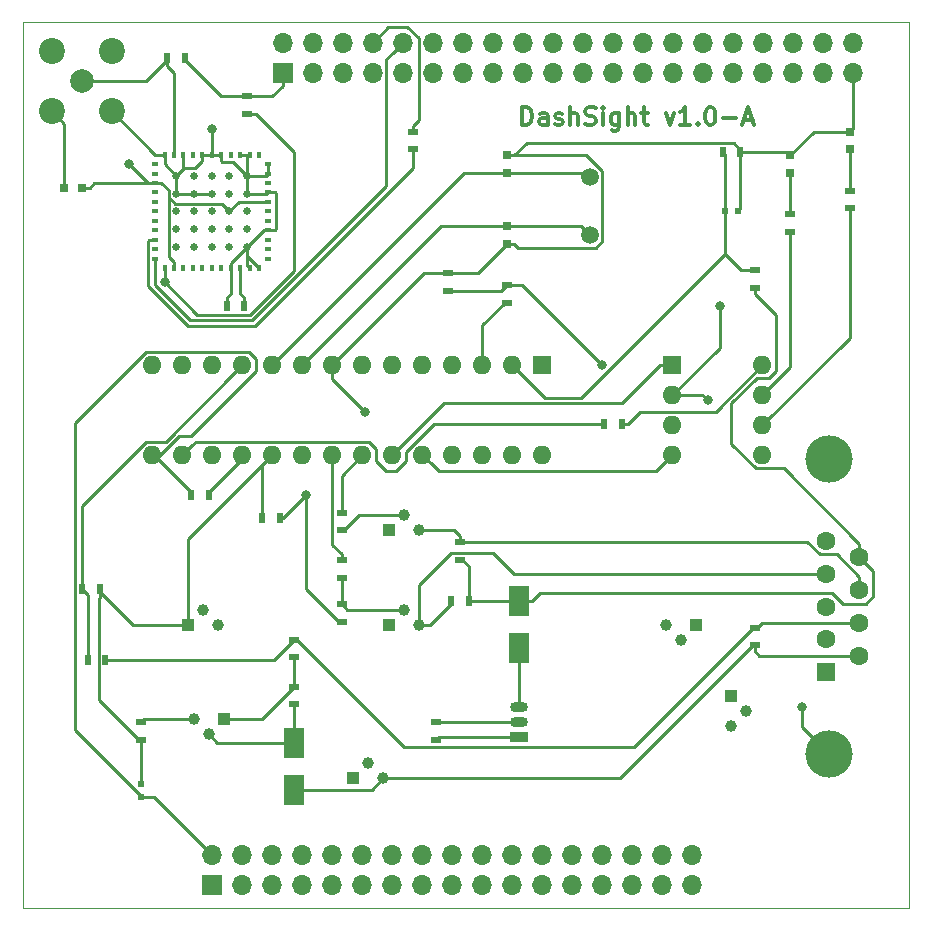
<source format=gtl>
G04 #@! TF.GenerationSoftware,KiCad,Pcbnew,(5.0.1)-3*
G04 #@! TF.CreationDate,2018-11-29T07:36:30-08:00*
G04 #@! TF.ProjectId,DashSight-Mezzanine-Card,4461736853696768742D4D657A7A616E,rev?*
G04 #@! TF.SameCoordinates,Original*
G04 #@! TF.FileFunction,Copper,L1,Top,Signal*
G04 #@! TF.FilePolarity,Positive*
%FSLAX46Y46*%
G04 Gerber Fmt 4.6, Leading zero omitted, Abs format (unit mm)*
G04 Created by KiCad (PCBNEW (5.0.1)-3) date 29/11/2018 7:36:30 AM*
%MOMM*%
%LPD*%
G01*
G04 APERTURE LIST*
G04 #@! TA.AperFunction,NonConductor*
%ADD10C,0.300000*%
G04 #@! TD*
G04 #@! TA.AperFunction,NonConductor*
%ADD11C,0.100000*%
G04 #@! TD*
G04 #@! TA.AperFunction,ComponentPad*
%ADD12C,4.000000*%
G04 #@! TD*
G04 #@! TA.AperFunction,ComponentPad*
%ADD13C,1.600000*%
G04 #@! TD*
G04 #@! TA.AperFunction,ComponentPad*
%ADD14R,1.600000X1.600000*%
G04 #@! TD*
G04 #@! TA.AperFunction,BGAPad,CuDef*
%ADD15C,0.650000*%
G04 #@! TD*
G04 #@! TA.AperFunction,SMDPad,CuDef*
%ADD16R,0.550000X0.390000*%
G04 #@! TD*
G04 #@! TA.AperFunction,SMDPad,CuDef*
%ADD17R,0.390000X0.550000*%
G04 #@! TD*
G04 #@! TA.AperFunction,ComponentPad*
%ADD18O,1.600000X1.600000*%
G04 #@! TD*
G04 #@! TA.AperFunction,SMDPad,CuDef*
%ADD19R,0.500000X0.600000*%
G04 #@! TD*
G04 #@! TA.AperFunction,SMDPad,CuDef*
%ADD20R,0.600000X0.500000*%
G04 #@! TD*
G04 #@! TA.AperFunction,SMDPad,CuDef*
%ADD21R,0.750000X0.800000*%
G04 #@! TD*
G04 #@! TA.AperFunction,SMDPad,CuDef*
%ADD22R,0.800000X0.750000*%
G04 #@! TD*
G04 #@! TA.AperFunction,ComponentPad*
%ADD23C,2.200000*%
G04 #@! TD*
G04 #@! TA.AperFunction,ComponentPad*
%ADD24C,2.000000*%
G04 #@! TD*
G04 #@! TA.AperFunction,ComponentPad*
%ADD25C,1.500000*%
G04 #@! TD*
G04 #@! TA.AperFunction,SMDPad,CuDef*
%ADD26R,1.800000X2.500000*%
G04 #@! TD*
G04 #@! TA.AperFunction,SMDPad,CuDef*
%ADD27R,0.500000X0.900000*%
G04 #@! TD*
G04 #@! TA.AperFunction,ComponentPad*
%ADD28R,1.700000X1.700000*%
G04 #@! TD*
G04 #@! TA.AperFunction,ComponentPad*
%ADD29O,1.700000X1.700000*%
G04 #@! TD*
G04 #@! TA.AperFunction,SMDPad,CuDef*
%ADD30R,0.900000X0.500000*%
G04 #@! TD*
G04 #@! TA.AperFunction,ComponentPad*
%ADD31O,1.500000X0.900000*%
G04 #@! TD*
G04 #@! TA.AperFunction,ComponentPad*
%ADD32R,1.500000X0.900000*%
G04 #@! TD*
G04 #@! TA.AperFunction,ComponentPad*
%ADD33C,1.000000*%
G04 #@! TD*
G04 #@! TA.AperFunction,ComponentPad*
%ADD34R,1.000000X1.000000*%
G04 #@! TD*
G04 #@! TA.AperFunction,ViaPad*
%ADD35C,0.800000*%
G04 #@! TD*
G04 #@! TA.AperFunction,Conductor*
%ADD36C,0.250000*%
G04 #@! TD*
G04 APERTURE END LIST*
D10*
X167285714Y-58678571D02*
X167285714Y-57178571D01*
X167642857Y-57178571D01*
X167857142Y-57250000D01*
X168000000Y-57392857D01*
X168071428Y-57535714D01*
X168142857Y-57821428D01*
X168142857Y-58035714D01*
X168071428Y-58321428D01*
X168000000Y-58464285D01*
X167857142Y-58607142D01*
X167642857Y-58678571D01*
X167285714Y-58678571D01*
X169428571Y-58678571D02*
X169428571Y-57892857D01*
X169357142Y-57750000D01*
X169214285Y-57678571D01*
X168928571Y-57678571D01*
X168785714Y-57750000D01*
X169428571Y-58607142D02*
X169285714Y-58678571D01*
X168928571Y-58678571D01*
X168785714Y-58607142D01*
X168714285Y-58464285D01*
X168714285Y-58321428D01*
X168785714Y-58178571D01*
X168928571Y-58107142D01*
X169285714Y-58107142D01*
X169428571Y-58035714D01*
X170071428Y-58607142D02*
X170214285Y-58678571D01*
X170500000Y-58678571D01*
X170642857Y-58607142D01*
X170714285Y-58464285D01*
X170714285Y-58392857D01*
X170642857Y-58250000D01*
X170500000Y-58178571D01*
X170285714Y-58178571D01*
X170142857Y-58107142D01*
X170071428Y-57964285D01*
X170071428Y-57892857D01*
X170142857Y-57750000D01*
X170285714Y-57678571D01*
X170500000Y-57678571D01*
X170642857Y-57750000D01*
X171357142Y-58678571D02*
X171357142Y-57178571D01*
X172000000Y-58678571D02*
X172000000Y-57892857D01*
X171928571Y-57750000D01*
X171785714Y-57678571D01*
X171571428Y-57678571D01*
X171428571Y-57750000D01*
X171357142Y-57821428D01*
X172642857Y-58607142D02*
X172857142Y-58678571D01*
X173214285Y-58678571D01*
X173357142Y-58607142D01*
X173428571Y-58535714D01*
X173500000Y-58392857D01*
X173500000Y-58250000D01*
X173428571Y-58107142D01*
X173357142Y-58035714D01*
X173214285Y-57964285D01*
X172928571Y-57892857D01*
X172785714Y-57821428D01*
X172714285Y-57750000D01*
X172642857Y-57607142D01*
X172642857Y-57464285D01*
X172714285Y-57321428D01*
X172785714Y-57250000D01*
X172928571Y-57178571D01*
X173285714Y-57178571D01*
X173500000Y-57250000D01*
X174142857Y-58678571D02*
X174142857Y-57678571D01*
X174142857Y-57178571D02*
X174071428Y-57250000D01*
X174142857Y-57321428D01*
X174214285Y-57250000D01*
X174142857Y-57178571D01*
X174142857Y-57321428D01*
X175500000Y-57678571D02*
X175500000Y-58892857D01*
X175428571Y-59035714D01*
X175357142Y-59107142D01*
X175214285Y-59178571D01*
X175000000Y-59178571D01*
X174857142Y-59107142D01*
X175500000Y-58607142D02*
X175357142Y-58678571D01*
X175071428Y-58678571D01*
X174928571Y-58607142D01*
X174857142Y-58535714D01*
X174785714Y-58392857D01*
X174785714Y-57964285D01*
X174857142Y-57821428D01*
X174928571Y-57750000D01*
X175071428Y-57678571D01*
X175357142Y-57678571D01*
X175500000Y-57750000D01*
X176214285Y-58678571D02*
X176214285Y-57178571D01*
X176857142Y-58678571D02*
X176857142Y-57892857D01*
X176785714Y-57750000D01*
X176642857Y-57678571D01*
X176428571Y-57678571D01*
X176285714Y-57750000D01*
X176214285Y-57821428D01*
X177357142Y-57678571D02*
X177928571Y-57678571D01*
X177571428Y-57178571D02*
X177571428Y-58464285D01*
X177642857Y-58607142D01*
X177785714Y-58678571D01*
X177928571Y-58678571D01*
X179428571Y-57678571D02*
X179785714Y-58678571D01*
X180142857Y-57678571D01*
X181500000Y-58678571D02*
X180642857Y-58678571D01*
X181071428Y-58678571D02*
X181071428Y-57178571D01*
X180928571Y-57392857D01*
X180785714Y-57535714D01*
X180642857Y-57607142D01*
X182142857Y-58535714D02*
X182214285Y-58607142D01*
X182142857Y-58678571D01*
X182071428Y-58607142D01*
X182142857Y-58535714D01*
X182142857Y-58678571D01*
X183142857Y-57178571D02*
X183285714Y-57178571D01*
X183428571Y-57250000D01*
X183500000Y-57321428D01*
X183571428Y-57464285D01*
X183642857Y-57750000D01*
X183642857Y-58107142D01*
X183571428Y-58392857D01*
X183500000Y-58535714D01*
X183428571Y-58607142D01*
X183285714Y-58678571D01*
X183142857Y-58678571D01*
X183000000Y-58607142D01*
X182928571Y-58535714D01*
X182857142Y-58392857D01*
X182785714Y-58107142D01*
X182785714Y-57750000D01*
X182857142Y-57464285D01*
X182928571Y-57321428D01*
X183000000Y-57250000D01*
X183142857Y-57178571D01*
X184285714Y-58107142D02*
X185428571Y-58107142D01*
X186071428Y-58250000D02*
X186785714Y-58250000D01*
X185928571Y-58678571D02*
X186428571Y-57178571D01*
X186928571Y-58678571D01*
D11*
X125000000Y-125000000D02*
X125000000Y-50000000D01*
X200000000Y-125000000D02*
X125000000Y-125000000D01*
X200000000Y-50000000D02*
X200000000Y-125000000D01*
X125000000Y-50000000D02*
X200000000Y-50000000D01*
D12*
G04 #@! TO.P,J4,0*
G04 #@! TO.N,GND*
X193300000Y-86960000D03*
X193300000Y-111960000D03*
D13*
G04 #@! TO.P,J4,9*
G04 #@! TO.N,Vbat*
X195840000Y-95305000D03*
G04 #@! TO.P,J4,8*
G04 #@! TO.N,ISO9141-2_L*
X195840000Y-98075000D03*
G04 #@! TO.P,J4,7*
G04 #@! TO.N,J1850_Bus+*
X195840000Y-100845000D03*
G04 #@! TO.P,J4,6*
G04 #@! TO.N,J1850_Bus-*
X195840000Y-103615000D03*
G04 #@! TO.P,J4,5*
G04 #@! TO.N,CAN_Low*
X193000000Y-93920000D03*
G04 #@! TO.P,J4,4*
G04 #@! TO.N,ISO9141-2_K*
X193000000Y-96690000D03*
G04 #@! TO.P,J4,3*
G04 #@! TO.N,CAN_High*
X193000000Y-99460000D03*
G04 #@! TO.P,J4,2*
G04 #@! TO.N,GND*
X193000000Y-102230000D03*
D14*
G04 #@! TO.P,J4,1*
X193000000Y-105000000D03*
G04 #@! TD*
D15*
G04 #@! TO.P,IC1,69*
G04 #@! TO.N,GND*
X144000000Y-63000000D03*
G04 #@! TO.P,IC1,68*
G04 #@! TO.N,Net-(IC1-Pad68)*
X142500000Y-63000000D03*
G04 #@! TO.P,IC1,67*
G04 #@! TO.N,Net-(IC1-Pad67)*
X141000000Y-63000000D03*
G04 #@! TO.P,IC1,66*
G04 #@! TO.N,Net-(IC1-Pad66)*
X139500000Y-63000000D03*
G04 #@! TO.P,IC1,65*
G04 #@! TO.N,GND*
X138000000Y-63000000D03*
G04 #@! TO.P,IC1,64*
X144000000Y-64500000D03*
G04 #@! TO.P,IC1,63*
G04 #@! TO.N,Net-(IC1-Pad63)*
X142500000Y-64500000D03*
G04 #@! TO.P,IC1,62*
G04 #@! TO.N,GND*
X141000000Y-64500000D03*
G04 #@! TO.P,IC1,61*
X139500000Y-64500000D03*
G04 #@! TO.P,IC1,60*
X138000000Y-64500000D03*
G04 #@! TO.P,IC1,59*
G04 #@! TO.N,Net-(IC1-Pad59)*
X144000000Y-66000000D03*
G04 #@! TO.P,IC1,58*
G04 #@! TO.N,+3V3*
X142500000Y-66000000D03*
G04 #@! TO.P,IC1,57*
G04 #@! TO.N,Net-(IC1-Pad57)*
X141000000Y-66000000D03*
G04 #@! TO.P,IC1,56*
G04 #@! TO.N,Net-(IC1-Pad56)*
X139500000Y-66000000D03*
G04 #@! TO.P,IC1,55*
G04 #@! TO.N,Net-(IC1-Pad55)*
X138000000Y-66000000D03*
G04 #@! TO.P,IC1,54*
G04 #@! TO.N,Net-(IC1-Pad54)*
X144000000Y-67500000D03*
G04 #@! TO.P,IC1,53*
G04 #@! TO.N,Net-(IC1-Pad53)*
X142500000Y-67500000D03*
G04 #@! TO.P,IC1,52*
G04 #@! TO.N,Net-(IC1-Pad52)*
X141000000Y-67500000D03*
G04 #@! TO.P,IC1,51*
G04 #@! TO.N,Net-(IC1-Pad51)*
X139500000Y-67500000D03*
G04 #@! TO.P,IC1,50*
G04 #@! TO.N,Net-(IC1-Pad50)*
X138000000Y-67500000D03*
G04 #@! TO.P,IC1,49*
G04 #@! TO.N,GND*
X144000000Y-69000000D03*
G04 #@! TO.P,IC1,48*
G04 #@! TO.N,Net-(IC1-Pad48)*
X142500000Y-69000000D03*
G04 #@! TO.P,IC1,47*
G04 #@! TO.N,Net-(IC1-Pad47)*
X141000000Y-69000000D03*
G04 #@! TO.P,IC1,46*
G04 #@! TO.N,Net-(IC1-Pad46)*
X139500000Y-69000000D03*
G04 #@! TO.P,IC1,45*
G04 #@! TO.N,Net-(IC1-Pad45)*
X138000000Y-69000000D03*
D16*
G04 #@! TO.P,IC1,44*
G04 #@! TO.N,UART2_TX*
X136200000Y-70000000D03*
G04 #@! TO.P,IC1,43*
G04 #@! TO.N,Net-(IC1-Pad43)*
X136200000Y-69200000D03*
G04 #@! TO.P,IC1,42*
G04 #@! TO.N,Net-(IC1-Pad42)*
X136200000Y-68400000D03*
G04 #@! TO.P,IC1,41*
G04 #@! TO.N,Net-(IC1-Pad41)*
X136200000Y-67600000D03*
G04 #@! TO.P,IC1,40*
G04 #@! TO.N,Net-(IC1-Pad40)*
X136200000Y-66800000D03*
G04 #@! TO.P,IC1,39*
G04 #@! TO.N,Net-(IC1-Pad39)*
X136200000Y-66000000D03*
G04 #@! TO.P,IC1,38*
G04 #@! TO.N,Net-(IC1-Pad38)*
X136200000Y-65200000D03*
G04 #@! TO.P,IC1,37*
G04 #@! TO.N,Net-(IC1-Pad37)*
X136200000Y-64400000D03*
G04 #@! TO.P,IC1,36*
G04 #@! TO.N,+3V3*
X136200000Y-63600000D03*
G04 #@! TO.P,IC1,35*
G04 #@! TO.N,Net-(IC1-Pad35)*
X136200000Y-62800000D03*
G04 #@! TO.P,IC1,34*
G04 #@! TO.N,Net-(IC1-Pad34)*
X136200000Y-62000000D03*
D17*
G04 #@! TO.P,IC1,33*
G04 #@! TO.N,GND*
X137000000Y-61200000D03*
G04 #@! TO.P,IC1,32*
G04 #@! TO.N,Net-(IC1-Pad32)*
X137800000Y-61200000D03*
G04 #@! TO.P,IC1,31*
G04 #@! TO.N,GND*
X138600000Y-61200000D03*
G04 #@! TO.P,IC1,30*
G04 #@! TO.N,Net-(IC1-Pad30)*
X139400000Y-61200000D03*
G04 #@! TO.P,IC1,29*
G04 #@! TO.N,GND*
X140200000Y-61200000D03*
G04 #@! TO.P,IC1,28*
X141000000Y-61200000D03*
G04 #@! TO.P,IC1,27*
X141800000Y-61200000D03*
G04 #@! TO.P,IC1,26*
G04 #@! TO.N,Net-(IC1-Pad26)*
X142600000Y-61200000D03*
G04 #@! TO.P,IC1,25*
G04 #@! TO.N,GND*
X143400000Y-61200000D03*
G04 #@! TO.P,IC1,24*
X144200000Y-61200000D03*
G04 #@! TO.P,IC1,23*
G04 #@! TO.N,Net-(IC1-Pad23)*
X145000000Y-61200000D03*
D16*
G04 #@! TO.P,IC1,22*
G04 #@! TO.N,GND*
X145800000Y-62000000D03*
G04 #@! TO.P,IC1,21*
X145800000Y-62800000D03*
G04 #@! TO.P,IC1,20*
G04 #@! TO.N,Net-(IC1-Pad20)*
X145800000Y-63600000D03*
G04 #@! TO.P,IC1,19*
G04 #@! TO.N,GND*
X145800000Y-64400000D03*
G04 #@! TO.P,IC1,18*
G04 #@! TO.N,+3V3*
X145800000Y-65200000D03*
G04 #@! TO.P,IC1,17*
G04 #@! TO.N,Net-(IC1-Pad17)*
X145800000Y-66000000D03*
G04 #@! TO.P,IC1,16*
G04 #@! TO.N,Net-(IC1-Pad16)*
X145800000Y-66800000D03*
G04 #@! TO.P,IC1,15*
G04 #@! TO.N,GND*
X145800000Y-67600000D03*
G04 #@! TO.P,IC1,14*
G04 #@! TO.N,Net-(IC1-Pad14)*
X145800000Y-68400000D03*
G04 #@! TO.P,IC1,13*
G04 #@! TO.N,Net-(IC1-Pad13)*
X145800000Y-69200000D03*
G04 #@! TO.P,IC1,12*
G04 #@! TO.N,Net-(IC1-Pad12)*
X145800000Y-70000000D03*
D17*
G04 #@! TO.P,IC1,11*
G04 #@! TO.N,GND*
X145000000Y-70800000D03*
G04 #@! TO.P,IC1,10*
X144200000Y-70800000D03*
G04 #@! TO.P,IC1,9*
G04 #@! TO.N,Net-(IC1-Pad9)*
X143400000Y-70800000D03*
G04 #@! TO.P,IC1,8*
G04 #@! TO.N,GND*
X142600000Y-70800000D03*
G04 #@! TO.P,IC1,7*
G04 #@! TO.N,Net-(IC1-Pad7)*
X141800000Y-70800000D03*
G04 #@! TO.P,IC1,6*
G04 #@! TO.N,Net-(IC1-Pad6)*
X141000000Y-70800000D03*
G04 #@! TO.P,IC1,5*
G04 #@! TO.N,Net-(IC1-Pad5)*
X140200000Y-70800000D03*
G04 #@! TO.P,IC1,4*
G04 #@! TO.N,Net-(IC1-Pad4)*
X139400000Y-70800000D03*
G04 #@! TO.P,IC1,3*
G04 #@! TO.N,Net-(IC1-Pad3)*
X138600000Y-70800000D03*
G04 #@! TO.P,IC1,2*
G04 #@! TO.N,+3V3*
X137800000Y-70800000D03*
G04 #@! TO.P,IC1,1*
G04 #@! TO.N,Net-(C1-Pad1)*
X137000000Y-70800000D03*
G04 #@! TD*
D14*
G04 #@! TO.P,IC2,1*
G04 #@! TO.N,+5V*
X169000000Y-79000000D03*
D18*
G04 #@! TO.P,IC2,15*
X135980000Y-86620000D03*
G04 #@! TO.P,IC2,2*
G04 #@! TO.N,Net-(C8-Pad1)*
X166460000Y-79000000D03*
G04 #@! TO.P,IC2,16*
G04 #@! TO.N,PwrCntrl*
X138520000Y-86620000D03*
G04 #@! TO.P,IC2,3*
G04 #@! TO.N,Net-(IC2-Pad3)*
X163920000Y-79000000D03*
G04 #@! TO.P,IC2,17*
G04 #@! TO.N,UART3_RX*
X141060000Y-86620000D03*
G04 #@! TO.P,IC2,4*
G04 #@! TO.N,Net-(IC2-Pad4)*
X161380000Y-79000000D03*
G04 #@! TO.P,IC2,18*
G04 #@! TO.N,Net-(D4-Pad2)*
X143600000Y-86620000D03*
G04 #@! TO.P,IC2,5*
G04 #@! TO.N,+5V*
X158840000Y-79000000D03*
G04 #@! TO.P,IC2,19*
G04 #@! TO.N,GND*
X146140000Y-86620000D03*
G04 #@! TO.P,IC2,6*
G04 #@! TO.N,+5V*
X156300000Y-79000000D03*
G04 #@! TO.P,IC2,20*
X148680000Y-86620000D03*
G04 #@! TO.P,IC2,7*
X153760000Y-79000000D03*
G04 #@! TO.P,IC2,21*
G04 #@! TO.N,Net-(IC2-Pad21)*
X151220000Y-86620000D03*
G04 #@! TO.P,IC2,8*
G04 #@! TO.N,GND*
X151220000Y-79000000D03*
G04 #@! TO.P,IC2,22*
G04 #@! TO.N,Net-(IC2-Pad22)*
X153760000Y-86620000D03*
G04 #@! TO.P,IC2,9*
G04 #@! TO.N,Net-(C6-Pad1)*
X148680000Y-79000000D03*
G04 #@! TO.P,IC2,23*
G04 #@! TO.N,CAN_TX*
X156300000Y-86620000D03*
G04 #@! TO.P,IC2,10*
G04 #@! TO.N,Net-(C7-Pad1)*
X146140000Y-79000000D03*
G04 #@! TO.P,IC2,24*
G04 #@! TO.N,CAN_RX*
X158840000Y-86620000D03*
G04 #@! TO.P,IC2,11*
G04 #@! TO.N,Net-(IC2-Pad11)*
X143600000Y-79000000D03*
G04 #@! TO.P,IC2,25*
G04 #@! TO.N,Net-(IC2-Pad25)*
X161380000Y-86620000D03*
G04 #@! TO.P,IC2,12*
G04 #@! TO.N,ELM_Pin12*
X141060000Y-79000000D03*
G04 #@! TO.P,IC2,26*
G04 #@! TO.N,Net-(IC2-Pad26)*
X163920000Y-86620000D03*
G04 #@! TO.P,IC2,13*
G04 #@! TO.N,Net-(IC2-Pad13)*
X138520000Y-79000000D03*
G04 #@! TO.P,IC2,27*
G04 #@! TO.N,Net-(IC2-Pad27)*
X166460000Y-86620000D03*
G04 #@! TO.P,IC2,14*
G04 #@! TO.N,ELM_Pin14*
X135980000Y-79000000D03*
G04 #@! TO.P,IC2,28*
G04 #@! TO.N,Net-(IC2-Pad28)*
X169000000Y-86620000D03*
G04 #@! TD*
D19*
G04 #@! TO.P,C2,1*
G04 #@! TO.N,+5V*
X135000000Y-115550000D03*
G04 #@! TO.P,C2,2*
G04 #@! TO.N,GND*
X135000000Y-114450000D03*
G04 #@! TD*
D20*
G04 #@! TO.P,C8,1*
G04 #@! TO.N,Net-(C8-Pad1)*
X184450000Y-66000000D03*
G04 #@! TO.P,C8,2*
G04 #@! TO.N,GND*
X185550000Y-66000000D03*
G04 #@! TD*
D21*
G04 #@! TO.P,C3,2*
G04 #@! TO.N,GND*
X195000000Y-59250000D03*
G04 #@! TO.P,C3,1*
G04 #@! TO.N,Net-(C3-Pad1)*
X195000000Y-60750000D03*
G04 #@! TD*
G04 #@! TO.P,C4,2*
G04 #@! TO.N,GND*
X190000000Y-61250000D03*
G04 #@! TO.P,C4,1*
G04 #@! TO.N,Net-(C4-Pad1)*
X190000000Y-62750000D03*
G04 #@! TD*
D22*
G04 #@! TO.P,C5,2*
G04 #@! TO.N,GND*
X128500000Y-64000000D03*
G04 #@! TO.P,C5,1*
G04 #@! TO.N,+3V3*
X130000000Y-64000000D03*
G04 #@! TD*
D21*
G04 #@! TO.P,C6,2*
G04 #@! TO.N,GND*
X166000000Y-68750000D03*
G04 #@! TO.P,C6,1*
G04 #@! TO.N,Net-(C6-Pad1)*
X166000000Y-67250000D03*
G04 #@! TD*
G04 #@! TO.P,C7,2*
G04 #@! TO.N,GND*
X166000000Y-61250000D03*
G04 #@! TO.P,C7,1*
G04 #@! TO.N,Net-(C7-Pad1)*
X166000000Y-62750000D03*
G04 #@! TD*
D23*
G04 #@! TO.P,J3,2*
G04 #@! TO.N,GND*
X127460000Y-57540000D03*
X127460000Y-52460000D03*
X132540000Y-52460000D03*
X132540000Y-57540000D03*
D24*
G04 #@! TO.P,J3,1*
G04 #@! TO.N,Net-(IC1-Pad32)*
X130000000Y-55000000D03*
G04 #@! TD*
D25*
G04 #@! TO.P,Y1,1*
G04 #@! TO.N,Net-(C6-Pad1)*
X173000000Y-68000000D03*
G04 #@! TO.P,Y1,2*
G04 #@! TO.N,Net-(C7-Pad1)*
X173000000Y-63120000D03*
G04 #@! TD*
D26*
G04 #@! TO.P,D2,1*
G04 #@! TO.N,J1850_Bus-*
X148000000Y-115000000D03*
G04 #@! TO.P,D2,2*
G04 #@! TO.N,Net-(D2-Pad2)*
X148000000Y-111000000D03*
G04 #@! TD*
G04 #@! TO.P,D3,1*
G04 #@! TO.N,V12*
X167000000Y-103000000D03*
G04 #@! TO.P,D3,2*
G04 #@! TO.N,Vbat*
X167000000Y-99000000D03*
G04 #@! TD*
D14*
G04 #@! TO.P,U1,1*
G04 #@! TO.N,CAN_TX*
X180000000Y-79000000D03*
D18*
G04 #@! TO.P,U1,5*
G04 #@! TO.N,Net-(U1-Pad5)*
X187620000Y-86620000D03*
G04 #@! TO.P,U1,2*
G04 #@! TO.N,GND*
X180000000Y-81540000D03*
G04 #@! TO.P,U1,6*
G04 #@! TO.N,CAN_Low*
X187620000Y-84080000D03*
G04 #@! TO.P,U1,3*
G04 #@! TO.N,+5V*
X180000000Y-84080000D03*
G04 #@! TO.P,U1,7*
G04 #@! TO.N,CAN_High*
X187620000Y-81540000D03*
G04 #@! TO.P,U1,4*
G04 #@! TO.N,CAN_RX*
X180000000Y-86620000D03*
G04 #@! TO.P,U1,8*
G04 #@! TO.N,Net-(R3-Pad1)*
X187620000Y-79000000D03*
G04 #@! TD*
D27*
G04 #@! TO.P,L1,1*
G04 #@! TO.N,Net-(IC1-Pad32)*
X137250000Y-53000000D03*
G04 #@! TO.P,L1,2*
G04 #@! TO.N,+3V3*
X138750000Y-53000000D03*
G04 #@! TD*
D28*
G04 #@! TO.P,J2,1*
G04 #@! TO.N,Net-(J2-Pad1)*
X141000000Y-123000000D03*
D29*
G04 #@! TO.P,J2,2*
G04 #@! TO.N,+5V*
X141000000Y-120460000D03*
G04 #@! TO.P,J2,3*
G04 #@! TO.N,Net-(J2-Pad3)*
X143540000Y-123000000D03*
G04 #@! TO.P,J2,4*
G04 #@! TO.N,Net-(J2-Pad4)*
X143540000Y-120460000D03*
G04 #@! TO.P,J2,5*
G04 #@! TO.N,Net-(J2-Pad5)*
X146080000Y-123000000D03*
G04 #@! TO.P,J2,6*
G04 #@! TO.N,Net-(J2-Pad6)*
X146080000Y-120460000D03*
G04 #@! TO.P,J2,7*
G04 #@! TO.N,Net-(J2-Pad7)*
X148620000Y-123000000D03*
G04 #@! TO.P,J2,8*
G04 #@! TO.N,Net-(J2-Pad8)*
X148620000Y-120460000D03*
G04 #@! TO.P,J2,9*
G04 #@! TO.N,Net-(J2-Pad9)*
X151160000Y-123000000D03*
G04 #@! TO.P,J2,10*
G04 #@! TO.N,Net-(J2-Pad10)*
X151160000Y-120460000D03*
G04 #@! TO.P,J2,11*
G04 #@! TO.N,Net-(J2-Pad11)*
X153700000Y-123000000D03*
G04 #@! TO.P,J2,12*
G04 #@! TO.N,Net-(J2-Pad12)*
X153700000Y-120460000D03*
G04 #@! TO.P,J2,13*
G04 #@! TO.N,Net-(J2-Pad13)*
X156240000Y-123000000D03*
G04 #@! TO.P,J2,14*
G04 #@! TO.N,Net-(J2-Pad14)*
X156240000Y-120460000D03*
G04 #@! TO.P,J2,15*
G04 #@! TO.N,Net-(J2-Pad15)*
X158780000Y-123000000D03*
G04 #@! TO.P,J2,16*
G04 #@! TO.N,Net-(J2-Pad16)*
X158780000Y-120460000D03*
G04 #@! TO.P,J2,17*
G04 #@! TO.N,Net-(J2-Pad17)*
X161320000Y-123000000D03*
G04 #@! TO.P,J2,18*
G04 #@! TO.N,Net-(J2-Pad18)*
X161320000Y-120460000D03*
G04 #@! TO.P,J2,19*
G04 #@! TO.N,Net-(J2-Pad19)*
X163860000Y-123000000D03*
G04 #@! TO.P,J2,20*
G04 #@! TO.N,Net-(J2-Pad20)*
X163860000Y-120460000D03*
G04 #@! TO.P,J2,21*
G04 #@! TO.N,Net-(J2-Pad21)*
X166400000Y-123000000D03*
G04 #@! TO.P,J2,22*
G04 #@! TO.N,Net-(J2-Pad22)*
X166400000Y-120460000D03*
G04 #@! TO.P,J2,23*
G04 #@! TO.N,UART3_TX*
X168940000Y-123000000D03*
G04 #@! TO.P,J2,24*
G04 #@! TO.N,UART3_RX*
X168940000Y-120460000D03*
G04 #@! TO.P,J2,25*
G04 #@! TO.N,Net-(J2-Pad25)*
X171480000Y-123000000D03*
G04 #@! TO.P,J2,26*
G04 #@! TO.N,Net-(J2-Pad26)*
X171480000Y-120460000D03*
G04 #@! TO.P,J2,27*
G04 #@! TO.N,Net-(J2-Pad27)*
X174020000Y-123000000D03*
G04 #@! TO.P,J2,28*
G04 #@! TO.N,Net-(J2-Pad28)*
X174020000Y-120460000D03*
G04 #@! TO.P,J2,29*
G04 #@! TO.N,Net-(J2-Pad29)*
X176560000Y-123000000D03*
G04 #@! TO.P,J2,30*
G04 #@! TO.N,Net-(J2-Pad30)*
X176560000Y-120460000D03*
G04 #@! TO.P,J2,31*
G04 #@! TO.N,Net-(J2-Pad31)*
X179100000Y-123000000D03*
G04 #@! TO.P,J2,32*
G04 #@! TO.N,Net-(J2-Pad32)*
X179100000Y-120460000D03*
G04 #@! TO.P,J2,33*
G04 #@! TO.N,Net-(J2-Pad33)*
X181640000Y-123000000D03*
G04 #@! TO.P,J2,34*
G04 #@! TO.N,GND*
X181640000Y-120460000D03*
G04 #@! TD*
D28*
G04 #@! TO.P,J1,1*
G04 #@! TO.N,+3V3*
X147000000Y-54250000D03*
D29*
G04 #@! TO.P,J1,2*
G04 #@! TO.N,Net-(J1-Pad2)*
X147000000Y-51710000D03*
G04 #@! TO.P,J1,3*
G04 #@! TO.N,Net-(J1-Pad3)*
X149540000Y-54250000D03*
G04 #@! TO.P,J1,4*
G04 #@! TO.N,Net-(J1-Pad4)*
X149540000Y-51710000D03*
G04 #@! TO.P,J1,5*
G04 #@! TO.N,Net-(J1-Pad5)*
X152080000Y-54250000D03*
G04 #@! TO.P,J1,6*
G04 #@! TO.N,Net-(J1-Pad6)*
X152080000Y-51710000D03*
G04 #@! TO.P,J1,7*
G04 #@! TO.N,Net-(J1-Pad7)*
X154620000Y-54250000D03*
G04 #@! TO.P,J1,8*
G04 #@! TO.N,UART2_RX*
X154620000Y-51710000D03*
G04 #@! TO.P,J1,9*
G04 #@! TO.N,Net-(J1-Pad9)*
X157160000Y-54250000D03*
G04 #@! TO.P,J1,10*
G04 #@! TO.N,UART2_TX*
X157160000Y-51710000D03*
G04 #@! TO.P,J1,11*
G04 #@! TO.N,Net-(J1-Pad11)*
X159700000Y-54250000D03*
G04 #@! TO.P,J1,12*
G04 #@! TO.N,Net-(J1-Pad12)*
X159700000Y-51710000D03*
G04 #@! TO.P,J1,13*
G04 #@! TO.N,Net-(J1-Pad13)*
X162240000Y-54250000D03*
G04 #@! TO.P,J1,14*
G04 #@! TO.N,Net-(J1-Pad14)*
X162240000Y-51710000D03*
G04 #@! TO.P,J1,15*
G04 #@! TO.N,Net-(J1-Pad15)*
X164780000Y-54250000D03*
G04 #@! TO.P,J1,16*
G04 #@! TO.N,Net-(J1-Pad16)*
X164780000Y-51710000D03*
G04 #@! TO.P,J1,17*
G04 #@! TO.N,Net-(J1-Pad17)*
X167320000Y-54250000D03*
G04 #@! TO.P,J1,18*
G04 #@! TO.N,Net-(J1-Pad18)*
X167320000Y-51710000D03*
G04 #@! TO.P,J1,19*
G04 #@! TO.N,Net-(J1-Pad19)*
X169860000Y-54250000D03*
G04 #@! TO.P,J1,20*
G04 #@! TO.N,Net-(J1-Pad20)*
X169860000Y-51710000D03*
G04 #@! TO.P,J1,21*
G04 #@! TO.N,Net-(J1-Pad21)*
X172400000Y-54250000D03*
G04 #@! TO.P,J1,22*
G04 #@! TO.N,Net-(J1-Pad22)*
X172400000Y-51710000D03*
G04 #@! TO.P,J1,23*
G04 #@! TO.N,Net-(J1-Pad23)*
X174940000Y-54250000D03*
G04 #@! TO.P,J1,24*
G04 #@! TO.N,Net-(J1-Pad24)*
X174940000Y-51710000D03*
G04 #@! TO.P,J1,25*
G04 #@! TO.N,Net-(J1-Pad25)*
X177480000Y-54250000D03*
G04 #@! TO.P,J1,26*
G04 #@! TO.N,Net-(J1-Pad26)*
X177480000Y-51710000D03*
G04 #@! TO.P,J1,27*
G04 #@! TO.N,Net-(J1-Pad27)*
X180020000Y-54250000D03*
G04 #@! TO.P,J1,28*
G04 #@! TO.N,Net-(J1-Pad28)*
X180020000Y-51710000D03*
G04 #@! TO.P,J1,29*
G04 #@! TO.N,Net-(J1-Pad29)*
X182560000Y-54250000D03*
G04 #@! TO.P,J1,30*
G04 #@! TO.N,Net-(J1-Pad30)*
X182560000Y-51710000D03*
G04 #@! TO.P,J1,31*
G04 #@! TO.N,Net-(J1-Pad31)*
X185100000Y-54250000D03*
G04 #@! TO.P,J1,32*
G04 #@! TO.N,Net-(J1-Pad32)*
X185100000Y-51710000D03*
G04 #@! TO.P,J1,33*
G04 #@! TO.N,Net-(J1-Pad33)*
X187640000Y-54250000D03*
G04 #@! TO.P,J1,34*
G04 #@! TO.N,Net-(J1-Pad34)*
X187640000Y-51710000D03*
G04 #@! TO.P,J1,35*
G04 #@! TO.N,Net-(J1-Pad35)*
X190180000Y-54250000D03*
G04 #@! TO.P,J1,36*
G04 #@! TO.N,Net-(J1-Pad36)*
X190180000Y-51710000D03*
G04 #@! TO.P,J1,37*
G04 #@! TO.N,Net-(J1-Pad37)*
X192720000Y-54250000D03*
G04 #@! TO.P,J1,38*
G04 #@! TO.N,Net-(J1-Pad38)*
X192720000Y-51710000D03*
G04 #@! TO.P,J1,39*
G04 #@! TO.N,GND*
X195260000Y-54250000D03*
G04 #@! TO.P,J1,40*
G04 #@! TO.N,Net-(J1-Pad40)*
X195260000Y-51710000D03*
G04 #@! TD*
D30*
G04 #@! TO.P,R25,1*
G04 #@! TO.N,Net-(IC2-Pad21)*
X152000000Y-95500000D03*
G04 #@! TO.P,R25,2*
G04 #@! TO.N,Net-(Q7-Pad2)*
X152000000Y-97000000D03*
G04 #@! TD*
G04 #@! TO.P,R26,1*
G04 #@! TO.N,Net-(Q7-Pad2)*
X152000000Y-99250000D03*
G04 #@! TO.P,R26,2*
G04 #@! TO.N,ELM_Pin12*
X152000000Y-100750000D03*
G04 #@! TD*
D27*
G04 #@! TO.P,R27,1*
G04 #@! TO.N,ELM_Pin12*
X146750000Y-92000000D03*
G04 #@! TO.P,R27,2*
G04 #@! TO.N,GND*
X145250000Y-92000000D03*
G04 #@! TD*
G04 #@! TO.P,R28,1*
G04 #@! TO.N,Net-(D4-Pad2)*
X140750000Y-90000000D03*
G04 #@! TO.P,R28,2*
G04 #@! TO.N,+5V*
X139250000Y-90000000D03*
G04 #@! TD*
D30*
G04 #@! TO.P,R29,1*
G04 #@! TO.N,Vbat*
X162000000Y-95500000D03*
G04 #@! TO.P,R29,2*
G04 #@! TO.N,ISO9141-2_L*
X162000000Y-94000000D03*
G04 #@! TD*
D27*
G04 #@! TO.P,R30,1*
G04 #@! TO.N,Vbat*
X162750000Y-99000000D03*
G04 #@! TO.P,R30,2*
G04 #@! TO.N,ISO9141-2_K*
X161250000Y-99000000D03*
G04 #@! TD*
D30*
G04 #@! TO.P,R1,1*
G04 #@! TO.N,+3V3*
X144000000Y-56250000D03*
G04 #@! TO.P,R1,2*
G04 #@! TO.N,Net-(C1-Pad1)*
X144000000Y-57750000D03*
G04 #@! TD*
D27*
G04 #@! TO.P,R23,1*
G04 #@! TO.N,Net-(IC2-Pad11)*
X130000000Y-98000000D03*
G04 #@! TO.P,R23,2*
G04 #@! TO.N,GND*
X131500000Y-98000000D03*
G04 #@! TD*
G04 #@! TO.P,R21,1*
G04 #@! TO.N,Net-(IC2-Pad11)*
X130500000Y-104000000D03*
G04 #@! TO.P,R21,2*
G04 #@! TO.N,J1850_Bus+*
X132000000Y-104000000D03*
G04 #@! TD*
D30*
G04 #@! TO.P,R19,1*
G04 #@! TO.N,Net-(Q3-Pad3)*
X135000000Y-109250000D03*
G04 #@! TO.P,R19,2*
G04 #@! TO.N,GND*
X135000000Y-110750000D03*
G04 #@! TD*
D27*
G04 #@! TO.P,R2,1*
G04 #@! TO.N,Net-(IC1-Pad9)*
X143750000Y-74000000D03*
G04 #@! TO.P,R2,2*
G04 #@! TO.N,GND*
X142250000Y-74000000D03*
G04 #@! TD*
D30*
G04 #@! TO.P,R18,1*
G04 #@! TO.N,J1850_Bus+*
X148000000Y-102250000D03*
G04 #@! TO.P,R18,2*
G04 #@! TO.N,Net-(Q3-Pad1)*
X148000000Y-103750000D03*
G04 #@! TD*
G04 #@! TO.P,R24,1*
G04 #@! TO.N,Net-(IC2-Pad22)*
X152000000Y-91500000D03*
G04 #@! TO.P,R24,2*
G04 #@! TO.N,Net-(Q6-Pad2)*
X152000000Y-93000000D03*
G04 #@! TD*
G04 #@! TO.P,R16,1*
G04 #@! TO.N,Net-(R13-Pad2)*
X161000000Y-72750000D03*
G04 #@! TO.P,R16,2*
G04 #@! TO.N,GND*
X161000000Y-71250000D03*
G04 #@! TD*
G04 #@! TO.P,R15,1*
G04 #@! TO.N,Net-(IC2-Pad3)*
X166000000Y-73750000D03*
G04 #@! TO.P,R15,2*
G04 #@! TO.N,Net-(R13-Pad2)*
X166000000Y-72250000D03*
G04 #@! TD*
D27*
G04 #@! TO.P,R3,1*
G04 #@! TO.N,Net-(R3-Pad1)*
X175750000Y-84000000D03*
G04 #@! TO.P,R3,2*
G04 #@! TO.N,PwrCntrl*
X174250000Y-84000000D03*
G04 #@! TD*
G04 #@! TO.P,R12,1*
G04 #@! TO.N,Net-(C8-Pad1)*
X184250000Y-61000000D03*
G04 #@! TO.P,R12,2*
G04 #@! TO.N,GND*
X185750000Y-61000000D03*
G04 #@! TD*
D30*
G04 #@! TO.P,R11,1*
G04 #@! TO.N,Vbat*
X187000000Y-72500000D03*
G04 #@! TO.P,R11,2*
G04 #@! TO.N,Net-(C8-Pad1)*
X187000000Y-71000000D03*
G04 #@! TD*
G04 #@! TO.P,R10,1*
G04 #@! TO.N,J1850_Bus+*
X187000000Y-101250000D03*
G04 #@! TO.P,R10,2*
G04 #@! TO.N,J1850_Bus-*
X187000000Y-102750000D03*
G04 #@! TD*
G04 #@! TO.P,R6,1*
G04 #@! TO.N,CAN_High*
X190000000Y-67750000D03*
G04 #@! TO.P,R6,2*
G04 #@! TO.N,Net-(C4-Pad1)*
X190000000Y-66250000D03*
G04 #@! TD*
G04 #@! TO.P,R5,1*
G04 #@! TO.N,CAN_Low*
X195000000Y-65750000D03*
G04 #@! TO.P,R5,2*
G04 #@! TO.N,Net-(C3-Pad1)*
X195000000Y-64250000D03*
G04 #@! TD*
G04 #@! TO.P,R4,1*
G04 #@! TO.N,UART2_RX*
X158000000Y-59250000D03*
G04 #@! TO.P,R4,2*
G04 #@! TO.N,Net-(IC1-Pad42)*
X158000000Y-60750000D03*
G04 #@! TD*
G04 #@! TO.P,R14,1*
G04 #@! TO.N,Net-(D2-Pad2)*
X148000000Y-107750000D03*
G04 #@! TO.P,R14,2*
G04 #@! TO.N,Net-(Q3-Pad1)*
X148000000Y-106250000D03*
G04 #@! TD*
G04 #@! TO.P,R8,1*
G04 #@! TO.N,Net-(Q2-Pad1)*
X160000000Y-109250000D03*
G04 #@! TO.P,R8,2*
G04 #@! TO.N,Net-(R13-Pad1)*
X160000000Y-110750000D03*
G04 #@! TD*
D31*
G04 #@! TO.P,U2,2*
G04 #@! TO.N,Net-(Q2-Pad1)*
X167000000Y-109270000D03*
G04 #@! TO.P,U2,3*
G04 #@! TO.N,V12*
X167000000Y-108000000D03*
D32*
G04 #@! TO.P,U2,1*
G04 #@! TO.N,Net-(R13-Pad1)*
X167000000Y-110540000D03*
G04 #@! TD*
D33*
G04 #@! TO.P,Q6,2*
G04 #@! TO.N,Net-(Q6-Pad2)*
X157270000Y-91730000D03*
G04 #@! TO.P,Q6,3*
G04 #@! TO.N,ISO9141-2_L*
X158540000Y-93000000D03*
D34*
G04 #@! TO.P,Q6,1*
G04 #@! TO.N,GND*
X156000000Y-93000000D03*
G04 #@! TD*
D33*
G04 #@! TO.P,Q7,2*
G04 #@! TO.N,Net-(Q7-Pad2)*
X157270000Y-99730000D03*
G04 #@! TO.P,Q7,3*
G04 #@! TO.N,ISO9141-2_K*
X158540000Y-101000000D03*
D34*
G04 #@! TO.P,Q7,1*
G04 #@! TO.N,GND*
X156000000Y-101000000D03*
G04 #@! TD*
D33*
G04 #@! TO.P,Q1,2*
G04 #@! TO.N,Net-(Q1-Pad2)*
X154270000Y-112730000D03*
G04 #@! TO.P,Q1,3*
G04 #@! TO.N,J1850_Bus-*
X155540000Y-114000000D03*
D34*
G04 #@! TO.P,Q1,1*
G04 #@! TO.N,GND*
X153000000Y-114000000D03*
G04 #@! TD*
D33*
G04 #@! TO.P,Q2,2*
G04 #@! TO.N,Net-(Q2-Pad2)*
X186270000Y-108270000D03*
G04 #@! TO.P,Q2,3*
G04 #@! TO.N,Net-(D1-Pad2)*
X185000000Y-109540000D03*
D34*
G04 #@! TO.P,Q2,1*
G04 #@! TO.N,Net-(Q2-Pad1)*
X185000000Y-107000000D03*
G04 #@! TD*
D33*
G04 #@! TO.P,Q3,2*
G04 #@! TO.N,Net-(D2-Pad2)*
X140730000Y-110270000D03*
G04 #@! TO.P,Q3,3*
G04 #@! TO.N,Net-(Q3-Pad3)*
X139460000Y-109000000D03*
D34*
G04 #@! TO.P,Q3,1*
G04 #@! TO.N,Net-(Q3-Pad1)*
X142000000Y-109000000D03*
G04 #@! TD*
D33*
G04 #@! TO.P,Q4,2*
G04 #@! TO.N,Net-(Q4-Pad2)*
X180730000Y-102270000D03*
G04 #@! TO.P,Q4,3*
G04 #@! TO.N,Net-(Q4-Pad3)*
X179460000Y-101000000D03*
D34*
G04 #@! TO.P,Q4,1*
G04 #@! TO.N,GND*
X182000000Y-101000000D03*
G04 #@! TD*
D33*
G04 #@! TO.P,Q5,2*
G04 #@! TO.N,Net-(Q3-Pad3)*
X140270000Y-99730000D03*
G04 #@! TO.P,Q5,3*
G04 #@! TO.N,Net-(IC2-Pad13)*
X141540000Y-101000000D03*
D34*
G04 #@! TO.P,Q5,1*
G04 #@! TO.N,GND*
X139000000Y-101000000D03*
G04 #@! TD*
D35*
G04 #@! TO.N,GND*
X141000000Y-59000000D03*
X184000000Y-74000000D03*
X183000000Y-82000000D03*
X154000000Y-83000000D03*
X191000000Y-108000000D03*
G04 #@! TO.N,Net-(R13-Pad2)*
X174000000Y-79000000D03*
G04 #@! TO.N,+3V3*
X134000000Y-62000000D03*
G04 #@! TO.N,Net-(C1-Pad1)*
X137000000Y-72000000D03*
G04 #@! TO.N,ELM_Pin12*
X149000000Y-90000000D03*
G04 #@! TD*
D36*
G04 #@! TO.N,GND*
X135000000Y-110750000D02*
X135000000Y-114450000D01*
X134800000Y-110750000D02*
X135000000Y-110750000D01*
X131424999Y-107374999D02*
X134800000Y-110750000D01*
X131424999Y-98775001D02*
X131424999Y-107374999D01*
X131500000Y-98700000D02*
X131424999Y-98775001D01*
X131500000Y-98000000D02*
X131500000Y-98700000D01*
X166000000Y-68775000D02*
X166000000Y-68750000D01*
X163525000Y-71250000D02*
X166000000Y-68775000D01*
X161000000Y-71250000D02*
X163525000Y-71250000D01*
X185750000Y-65800000D02*
X185550000Y-66000000D01*
X185750000Y-61000000D02*
X185750000Y-65800000D01*
X189750000Y-61000000D02*
X190000000Y-61250000D01*
X185750000Y-61000000D02*
X189750000Y-61000000D01*
X194375000Y-59250000D02*
X195000000Y-59250000D01*
X191975000Y-59250000D02*
X194375000Y-59250000D01*
X190000000Y-61225000D02*
X191975000Y-59250000D01*
X190000000Y-61250000D02*
X190000000Y-61225000D01*
X136200000Y-61200000D02*
X132540000Y-57540000D01*
X137000000Y-61200000D02*
X136200000Y-61200000D01*
X142600000Y-71325000D02*
X142600000Y-70800000D01*
X142600000Y-72950000D02*
X142600000Y-71325000D01*
X142250000Y-73300000D02*
X142600000Y-72950000D01*
X142250000Y-74000000D02*
X142250000Y-73300000D01*
X158970000Y-71250000D02*
X151220000Y-79000000D01*
X161000000Y-71250000D02*
X158970000Y-71250000D01*
X128500000Y-58580000D02*
X127460000Y-57540000D01*
X128500000Y-64000000D02*
X128500000Y-58580000D01*
X195260000Y-58990000D02*
X195000000Y-59250000D01*
X195260000Y-54250000D02*
X195260000Y-58990000D01*
X138000000Y-64500000D02*
X139500000Y-64500000D01*
X139500000Y-64500000D02*
X141000000Y-64500000D01*
X138000000Y-64500000D02*
X138000000Y-63000000D01*
X138600000Y-62400000D02*
X138600000Y-61200000D01*
X138000000Y-63000000D02*
X138600000Y-62400000D01*
X137000000Y-62000000D02*
X137000000Y-61200000D01*
X138000000Y-63000000D02*
X137000000Y-62000000D01*
X144000000Y-64500000D02*
X144000000Y-63000000D01*
X145700000Y-64500000D02*
X145800000Y-64400000D01*
X144000000Y-64500000D02*
X145700000Y-64500000D01*
X146325000Y-67600000D02*
X145800000Y-67600000D01*
X146400001Y-67524999D02*
X146325000Y-67600000D01*
X146400001Y-64475001D02*
X146400001Y-67524999D01*
X146325000Y-64400000D02*
X146400001Y-64475001D01*
X145800000Y-64400000D02*
X146325000Y-64400000D01*
X145400000Y-67600000D02*
X144000000Y-69000000D01*
X145800000Y-67600000D02*
X145400000Y-67600000D01*
X142600000Y-70400000D02*
X142600000Y-70800000D01*
X144000000Y-69000000D02*
X142600000Y-70400000D01*
X144000000Y-70600000D02*
X144200000Y-70800000D01*
X144000000Y-69000000D02*
X144000000Y-70600000D01*
X144000000Y-69800000D02*
X145000000Y-70800000D01*
X144000000Y-69000000D02*
X144000000Y-69800000D01*
X145600000Y-63000000D02*
X145800000Y-62800000D01*
X144000000Y-63000000D02*
X145600000Y-63000000D01*
X145800000Y-62000000D02*
X145800000Y-62800000D01*
X144000000Y-61400000D02*
X144200000Y-61200000D01*
X144000000Y-63000000D02*
X144000000Y-61400000D01*
X144200000Y-61200000D02*
X143400000Y-61200000D01*
X141800000Y-61200000D02*
X141000000Y-61200000D01*
X141000000Y-61200000D02*
X140200000Y-61200000D01*
X138650001Y-62349999D02*
X138600000Y-62400000D01*
X139575001Y-62349999D02*
X138650001Y-62349999D01*
X140200000Y-61725000D02*
X139575001Y-62349999D01*
X140200000Y-61200000D02*
X140200000Y-61725000D01*
X138250000Y-101000000D02*
X139000000Y-101000000D01*
X134300000Y-101000000D02*
X138250000Y-101000000D01*
X131500000Y-98200000D02*
X134300000Y-101000000D01*
X131500000Y-98000000D02*
X131500000Y-98200000D01*
X139000000Y-93760000D02*
X139000000Y-101000000D01*
X146140000Y-86620000D02*
X139000000Y-93760000D01*
X141800000Y-61725000D02*
X141800000Y-61200000D01*
X141875001Y-61800001D02*
X141800000Y-61725000D01*
X142800001Y-61800001D02*
X141875001Y-61800001D01*
X144000000Y-63000000D02*
X142800001Y-61800001D01*
X141000000Y-61200000D02*
X141000000Y-59000000D01*
X185750000Y-60800000D02*
X185750000Y-61000000D01*
X185174999Y-60224999D02*
X185750000Y-60800000D01*
X167650001Y-60224999D02*
X185174999Y-60224999D01*
X166625000Y-61250000D02*
X167650001Y-60224999D01*
X145250000Y-87510000D02*
X146140000Y-86620000D01*
X145250000Y-92000000D02*
X145250000Y-87510000D01*
X184000000Y-77540000D02*
X184000000Y-74000000D01*
X180000000Y-81540000D02*
X184000000Y-77540000D01*
X182540000Y-81540000D02*
X183000000Y-82000000D01*
X180000000Y-81540000D02*
X182540000Y-81540000D01*
X151220000Y-80220000D02*
X154000000Y-83000000D01*
X151220000Y-79000000D02*
X151220000Y-80220000D01*
X166625000Y-61250000D02*
X166000000Y-61250000D01*
X172721002Y-61250000D02*
X166625000Y-61250000D01*
X174075001Y-62603999D02*
X172721002Y-61250000D01*
X174075001Y-68516001D02*
X174075001Y-62603999D01*
X173516001Y-69075001D02*
X174075001Y-68516001D01*
X166950001Y-69075001D02*
X173516001Y-69075001D01*
X166625000Y-68750000D02*
X166950001Y-69075001D01*
X166000000Y-68750000D02*
X166625000Y-68750000D01*
X191000000Y-109660000D02*
X193300000Y-111960000D01*
X191000000Y-108000000D02*
X191000000Y-109660000D01*
G04 #@! TO.N,Net-(Q3-Pad3)*
X135250000Y-109000000D02*
X135000000Y-109250000D01*
X139460000Y-109000000D02*
X135250000Y-109000000D01*
G04 #@! TO.N,Net-(Q3-Pad1)*
X148000000Y-106250000D02*
X148000000Y-103750000D01*
X145250000Y-109000000D02*
X148000000Y-106250000D01*
X142000000Y-109000000D02*
X145250000Y-109000000D01*
G04 #@! TO.N,Net-(D2-Pad2)*
X148000000Y-111000000D02*
X148000000Y-107750000D01*
X141460000Y-111000000D02*
X140730000Y-110270000D01*
X148000000Y-111000000D02*
X141460000Y-111000000D01*
G04 #@! TO.N,Net-(Q2-Pad1)*
X160020000Y-109270000D02*
X160000000Y-109250000D01*
X167000000Y-109270000D02*
X160020000Y-109270000D01*
G04 #@! TO.N,J1850_Bus-*
X154540000Y-115000000D02*
X155540000Y-114000000D01*
X148000000Y-115000000D02*
X154540000Y-115000000D01*
X187000000Y-103250000D02*
X187000000Y-102750000D01*
X187365000Y-103615000D02*
X187000000Y-103250000D01*
X195840000Y-103615000D02*
X187365000Y-103615000D01*
X156247106Y-114000000D02*
X155540000Y-114000000D01*
X175550000Y-114000000D02*
X156247106Y-114000000D01*
X186800000Y-102750000D02*
X175550000Y-114000000D01*
X187000000Y-102750000D02*
X186800000Y-102750000D01*
G04 #@! TO.N,Net-(Q7-Pad2)*
X152000000Y-97000000D02*
X152000000Y-99250000D01*
X152480000Y-99730000D02*
X152000000Y-99250000D01*
X157270000Y-99730000D02*
X152480000Y-99730000D01*
G04 #@! TO.N,ISO9141-2_K*
X161250000Y-99200000D02*
X161250000Y-99000000D01*
X159450000Y-101000000D02*
X161250000Y-99200000D01*
X158540000Y-101000000D02*
X159450000Y-101000000D01*
X158540000Y-100292894D02*
X158540000Y-101000000D01*
X158540000Y-97674998D02*
X158540000Y-100292894D01*
X161289999Y-94924999D02*
X158540000Y-97674998D01*
X164809997Y-94924999D02*
X161289999Y-94924999D01*
X166574998Y-96690000D02*
X164809997Y-94924999D01*
X193000000Y-96690000D02*
X166574998Y-96690000D01*
G04 #@! TO.N,ISO9141-2_L*
X162000000Y-93500000D02*
X162000000Y-94000000D01*
X161500000Y-93000000D02*
X162000000Y-93500000D01*
X158540000Y-93000000D02*
X161500000Y-93000000D01*
X195840000Y-96943630D02*
X195840000Y-98075000D01*
X193941371Y-95045001D02*
X195840000Y-96943630D01*
X192459999Y-95045001D02*
X193941371Y-95045001D01*
X191414998Y-94000000D02*
X192459999Y-95045001D01*
X162000000Y-94000000D02*
X191414998Y-94000000D01*
G04 #@! TO.N,Net-(Q6-Pad2)*
X156562894Y-91730000D02*
X157270000Y-91730000D01*
X153470000Y-91730000D02*
X156562894Y-91730000D01*
X152200000Y-93000000D02*
X153470000Y-91730000D01*
X152000000Y-93000000D02*
X152200000Y-93000000D01*
G04 #@! TO.N,Net-(R13-Pad1)*
X160210000Y-110540000D02*
X160000000Y-110750000D01*
X167000000Y-110540000D02*
X160210000Y-110540000D01*
G04 #@! TO.N,V12*
X167000000Y-103000000D02*
X167000000Y-108000000D01*
G04 #@! TO.N,Net-(IC1-Pad42)*
X135675000Y-68400000D02*
X136200000Y-68400000D01*
X135599999Y-72309411D02*
X135599999Y-68475001D01*
X135599999Y-68475001D02*
X135675000Y-68400000D01*
X138965608Y-75675020D02*
X135599999Y-72309411D01*
X144632801Y-75675019D02*
X138965608Y-75675020D01*
X158000000Y-62307822D02*
X144632801Y-75675019D01*
X158000000Y-60750000D02*
X158000000Y-62307822D01*
G04 #@! TO.N,UART2_RX*
X158000000Y-58750000D02*
X158000000Y-59250000D01*
X158524999Y-58225001D02*
X158000000Y-58750000D01*
X158524999Y-51335997D02*
X158524999Y-58225001D01*
X157564012Y-50375010D02*
X158524999Y-51335997D01*
X155954990Y-50375010D02*
X157564012Y-50375010D01*
X154620000Y-51710000D02*
X155954990Y-50375010D01*
G04 #@! TO.N,CAN_Low*
X195000000Y-76700000D02*
X187620000Y-84080000D01*
X195000000Y-65750000D02*
X195000000Y-76700000D01*
G04 #@! TO.N,Net-(C3-Pad1)*
X195000000Y-60750000D02*
X195000000Y-64250000D01*
G04 #@! TO.N,Net-(C4-Pad1)*
X190000000Y-62750000D02*
X190000000Y-66250000D01*
G04 #@! TO.N,CAN_High*
X190000000Y-79160000D02*
X187620000Y-81540000D01*
X190000000Y-67750000D02*
X190000000Y-79160000D01*
G04 #@! TO.N,J1850_Bus+*
X146250000Y-104000000D02*
X148000000Y-102250000D01*
X132000000Y-104000000D02*
X146250000Y-104000000D01*
X194708630Y-100845000D02*
X195840000Y-100845000D01*
X187605000Y-100845000D02*
X194708630Y-100845000D01*
X187200000Y-101250000D02*
X187605000Y-100845000D01*
X187000000Y-101250000D02*
X187200000Y-101250000D01*
X186800000Y-101250000D02*
X187000000Y-101250000D01*
X176724999Y-111325001D02*
X186800000Y-101250000D01*
X157275001Y-111325001D02*
X176724999Y-111325001D01*
X148200000Y-102250000D02*
X157275001Y-111325001D01*
X148000000Y-102250000D02*
X148200000Y-102250000D01*
G04 #@! TO.N,Vbat*
X162750000Y-98300000D02*
X162750000Y-99000000D01*
X162750000Y-96050000D02*
X162750000Y-98300000D01*
X162200000Y-95500000D02*
X162750000Y-96050000D01*
X162000000Y-95500000D02*
X162200000Y-95500000D01*
X162750000Y-99000000D02*
X167000000Y-99000000D01*
X168150000Y-99000000D02*
X167000000Y-99000000D01*
X168815001Y-98334999D02*
X168150000Y-99000000D01*
X193540001Y-98334999D02*
X168815001Y-98334999D01*
X194405003Y-99200001D02*
X193540001Y-98334999D01*
X196380001Y-99200001D02*
X194405003Y-99200001D01*
X197000000Y-98580002D02*
X196380001Y-99200001D01*
X197000000Y-96465000D02*
X197000000Y-98580002D01*
X195840000Y-95305000D02*
X197000000Y-96465000D01*
X187000000Y-73000000D02*
X187000000Y-72500000D01*
X188745001Y-79540001D02*
X188745001Y-74745001D01*
X187131409Y-80125001D02*
X188160001Y-80125001D01*
X185000000Y-82256410D02*
X187131409Y-80125001D01*
X188160001Y-80125001D02*
X188745001Y-79540001D01*
X185000000Y-85665002D02*
X185000000Y-82256410D01*
X187079999Y-87745001D02*
X185000000Y-85665002D01*
X189411371Y-87745001D02*
X187079999Y-87745001D01*
X188745001Y-74745001D02*
X187000000Y-73000000D01*
X195840000Y-94173630D02*
X189411371Y-87745001D01*
X195840000Y-95305000D02*
X195840000Y-94173630D01*
G04 #@! TO.N,Net-(C8-Pad1)*
X184450000Y-66500000D02*
X184450000Y-66000000D01*
X184450000Y-69623002D02*
X184450000Y-66500000D01*
X172298013Y-81774989D02*
X184450000Y-69623002D01*
X169234989Y-81774989D02*
X172298013Y-81774989D01*
X166460000Y-79000000D02*
X169234989Y-81774989D01*
X184450000Y-61200000D02*
X184250000Y-61000000D01*
X184450000Y-66000000D02*
X184450000Y-61200000D01*
X185826998Y-71000000D02*
X184450000Y-69623002D01*
X187000000Y-71000000D02*
X185826998Y-71000000D01*
G04 #@! TO.N,Net-(R13-Pad2)*
X165500000Y-72750000D02*
X166000000Y-72250000D01*
X161000000Y-72750000D02*
X165500000Y-72750000D01*
X167250000Y-72250000D02*
X174000000Y-79000000D01*
X166000000Y-72250000D02*
X167250000Y-72250000D01*
G04 #@! TO.N,PwrCntrl*
X139319999Y-85820001D02*
X138520000Y-86620000D01*
X139645001Y-85494999D02*
X139319999Y-85820001D01*
X154300001Y-85494999D02*
X139645001Y-85494999D01*
X154885001Y-86079999D02*
X154300001Y-85494999D01*
X154885001Y-87160001D02*
X154885001Y-86079999D01*
X156585002Y-88000000D02*
X155725000Y-88000000D01*
X157425001Y-87160001D02*
X156585002Y-88000000D01*
X157425001Y-86369997D02*
X157425001Y-87160001D01*
X159794998Y-84000000D02*
X157425001Y-86369997D01*
X155725000Y-88000000D02*
X154885001Y-87160001D01*
X174250000Y-84000000D02*
X159794998Y-84000000D01*
G04 #@! TO.N,Net-(R3-Pad1)*
X176250000Y-84000000D02*
X175750000Y-84000000D01*
X177295001Y-82954999D02*
X176250000Y-84000000D01*
X183665001Y-82954999D02*
X177295001Y-82954999D01*
X187620000Y-79000000D02*
X183665001Y-82954999D01*
G04 #@! TO.N,Net-(IC2-Pad3)*
X163920000Y-77868630D02*
X163920000Y-79000000D01*
X163920000Y-75630000D02*
X163920000Y-77868630D01*
X165800000Y-73750000D02*
X163920000Y-75630000D01*
X166000000Y-73750000D02*
X165800000Y-73750000D01*
G04 #@! TO.N,+5V*
X136090000Y-115550000D02*
X141000000Y-120460000D01*
X135000000Y-115550000D02*
X136090000Y-115550000D01*
X136070000Y-86620000D02*
X135980000Y-86620000D01*
X139250000Y-89800000D02*
X136070000Y-86620000D01*
X139250000Y-90000000D02*
X139250000Y-89800000D01*
X136616410Y-86620000D02*
X135980000Y-86620000D01*
X138236410Y-85000000D02*
X136616410Y-86620000D01*
X139265002Y-85000000D02*
X138236410Y-85000000D01*
X144725001Y-79540001D02*
X139265002Y-85000000D01*
X144725001Y-78459999D02*
X144725001Y-79540001D01*
X144140001Y-77874999D02*
X144725001Y-78459999D01*
X135439999Y-77874999D02*
X144140001Y-77874999D01*
X129424999Y-83889999D02*
X135439999Y-77874999D01*
X129424999Y-109924999D02*
X129424999Y-83889999D01*
X135000000Y-115500000D02*
X129424999Y-109924999D01*
X135000000Y-115550000D02*
X135000000Y-115500000D01*
G04 #@! TO.N,Net-(IC2-Pad22)*
X152000000Y-88380000D02*
X153760000Y-86620000D01*
X152000000Y-91500000D02*
X152000000Y-88380000D01*
G04 #@! TO.N,Net-(IC1-Pad9)*
X143400000Y-71325000D02*
X143400000Y-70800000D01*
X143400000Y-72950000D02*
X143400000Y-71325000D01*
X143750000Y-73300000D02*
X143400000Y-72950000D01*
X143750000Y-74000000D02*
X143750000Y-73300000D01*
G04 #@! TO.N,Net-(IC2-Pad11)*
X130500000Y-98500000D02*
X130000000Y-98000000D01*
X130500000Y-104000000D02*
X130500000Y-98500000D01*
X142800001Y-79799999D02*
X143600000Y-79000000D01*
X137105001Y-85494999D02*
X142800001Y-79799999D01*
X135439999Y-85494999D02*
X137105001Y-85494999D01*
X130000000Y-90934998D02*
X135439999Y-85494999D01*
X130000000Y-98000000D02*
X130000000Y-90934998D01*
G04 #@! TO.N,+3V3*
X138750000Y-53200000D02*
X138750000Y-53000000D01*
X141800000Y-56250000D02*
X138750000Y-53200000D01*
X144000000Y-56250000D02*
X141800000Y-56250000D01*
X135675000Y-63600000D02*
X136200000Y-63600000D01*
X131050000Y-63600000D02*
X135675000Y-63600000D01*
X130650000Y-64000000D02*
X131050000Y-63600000D01*
X130000000Y-64000000D02*
X130650000Y-64000000D01*
X144700000Y-56250000D02*
X144000000Y-56250000D01*
X146100000Y-56250000D02*
X144700000Y-56250000D01*
X147000000Y-55350000D02*
X146100000Y-56250000D01*
X147000000Y-54250000D02*
X147000000Y-55350000D01*
X142175001Y-65675001D02*
X142500000Y-66000000D01*
X141849999Y-65349999D02*
X142175001Y-65675001D01*
X137349999Y-64812001D02*
X137887997Y-65349999D01*
X137887997Y-65349999D02*
X141849999Y-65349999D01*
X137349999Y-64224999D02*
X137349999Y-64812001D01*
X136725000Y-63600000D02*
X137349999Y-64224999D01*
X136200000Y-63600000D02*
X136725000Y-63600000D01*
X143300000Y-65200000D02*
X142500000Y-66000000D01*
X145800000Y-65200000D02*
X143300000Y-65200000D01*
X137800000Y-70275000D02*
X137800000Y-70800000D01*
X137349999Y-69824999D02*
X137800000Y-70275000D01*
X137349999Y-64812001D02*
X137349999Y-69824999D01*
X135600000Y-63600000D02*
X134000000Y-62000000D01*
X136200000Y-63600000D02*
X135600000Y-63600000D01*
G04 #@! TO.N,Net-(C1-Pad1)*
X137000000Y-70800000D02*
X137000000Y-72000000D01*
X144750000Y-57750000D02*
X144000000Y-57750000D01*
X148000000Y-61000000D02*
X144750000Y-57750000D01*
X148000000Y-71035002D02*
X148000000Y-61000000D01*
X144260001Y-74775001D02*
X148000000Y-71035002D01*
X137000000Y-72000000D02*
X139775001Y-74775001D01*
X139775001Y-74775001D02*
X144260001Y-74775001D01*
G04 #@! TO.N,Net-(D4-Pad2)*
X143600000Y-86950000D02*
X143600000Y-86620000D01*
X140750000Y-89800000D02*
X143600000Y-86950000D01*
X140750000Y-90000000D02*
X140750000Y-89800000D01*
G04 #@! TO.N,ELM_Pin12*
X149000000Y-90565685D02*
X149000000Y-90000000D01*
X149000000Y-97950000D02*
X149000000Y-90565685D01*
X151800000Y-100750000D02*
X149000000Y-97950000D01*
X152000000Y-100750000D02*
X151800000Y-100750000D01*
X147000000Y-92000000D02*
X146750000Y-92000000D01*
X149000000Y-90000000D02*
X147000000Y-92000000D01*
G04 #@! TO.N,Net-(IC2-Pad21)*
X151220000Y-87751370D02*
X151220000Y-86620000D01*
X151220000Y-94220000D02*
X151220000Y-87751370D01*
X152000000Y-95000000D02*
X151220000Y-94220000D01*
X152000000Y-95500000D02*
X152000000Y-95000000D01*
G04 #@! TO.N,UART2_TX*
X156310001Y-52559999D02*
X157160000Y-51710000D01*
X155795001Y-53074999D02*
X156310001Y-52559999D01*
X155795001Y-63876411D02*
X155795001Y-53074999D01*
X144446402Y-75225010D02*
X155795001Y-63876411D01*
X139152009Y-75225011D02*
X144446402Y-75225010D01*
X136200000Y-72273002D02*
X139152009Y-75225011D01*
X136200000Y-70000000D02*
X136200000Y-72273002D01*
G04 #@! TO.N,Net-(IC1-Pad32)*
X137250000Y-53200000D02*
X137250000Y-53000000D01*
X135450000Y-55000000D02*
X137250000Y-53200000D01*
X130000000Y-55000000D02*
X135450000Y-55000000D01*
X137800000Y-60675000D02*
X137800000Y-61200000D01*
X137800000Y-54250000D02*
X137800000Y-60675000D01*
X137250000Y-53700000D02*
X137800000Y-54250000D01*
X137250000Y-53000000D02*
X137250000Y-53700000D01*
G04 #@! TO.N,CAN_RX*
X159639999Y-87419999D02*
X158840000Y-86620000D01*
X160220000Y-88000000D02*
X159639999Y-87419999D01*
X178620000Y-88000000D02*
X160220000Y-88000000D01*
X180000000Y-86620000D02*
X178620000Y-88000000D01*
G04 #@! TO.N,CAN_TX*
X157099999Y-85820001D02*
X156300000Y-86620000D01*
X160695001Y-82224999D02*
X157099999Y-85820001D01*
X175725001Y-82224999D02*
X160695001Y-82224999D01*
X178950000Y-79000000D02*
X175725001Y-82224999D01*
X180000000Y-79000000D02*
X178950000Y-79000000D01*
G04 #@! TO.N,Net-(C7-Pad1)*
X162390000Y-62750000D02*
X146140000Y-79000000D01*
X166000000Y-62750000D02*
X162390000Y-62750000D01*
X172630000Y-62750000D02*
X173000000Y-63120000D01*
X166000000Y-62750000D02*
X172630000Y-62750000D01*
G04 #@! TO.N,Net-(C6-Pad1)*
X160430000Y-67250000D02*
X148680000Y-79000000D01*
X166000000Y-67250000D02*
X160430000Y-67250000D01*
X172250001Y-67250001D02*
X173000000Y-68000000D01*
X166000000Y-67250000D02*
X172250001Y-67250001D01*
G04 #@! TD*
M02*

</source>
